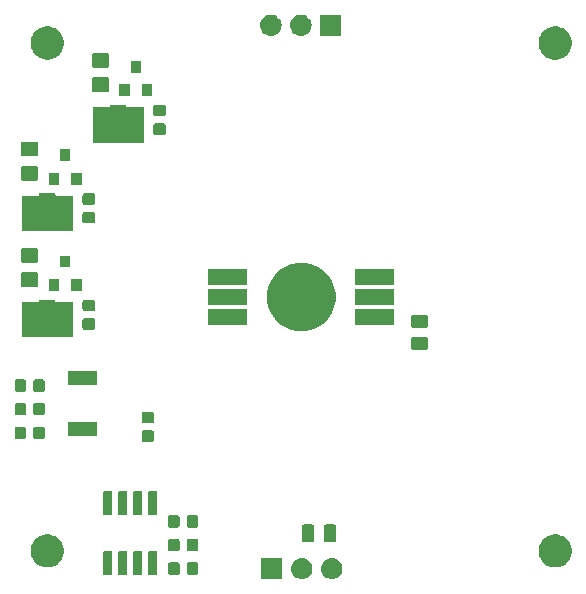
<source format=gbr>
G04 #@! TF.GenerationSoftware,KiCad,Pcbnew,5.1.4-e60b266~84~ubuntu18.04.1*
G04 #@! TF.CreationDate,2019-10-26T14:37:49-06:00*
G04 #@! TF.ProjectId,cob_single,636f625f-7369-46e6-976c-652e6b696361,rev?*
G04 #@! TF.SameCoordinates,Original*
G04 #@! TF.FileFunction,Soldermask,Top*
G04 #@! TF.FilePolarity,Negative*
%FSLAX46Y46*%
G04 Gerber Fmt 4.6, Leading zero omitted, Abs format (unit mm)*
G04 Created by KiCad (PCBNEW 5.1.4-e60b266~84~ubuntu18.04.1) date 2019-10-26 14:37:49*
%MOMM*%
%LPD*%
G04 APERTURE LIST*
%ADD10C,0.100000*%
G04 APERTURE END LIST*
D10*
G36*
X177690443Y-117105519D02*
G01*
X177756627Y-117112037D01*
X177926466Y-117163557D01*
X178082991Y-117247222D01*
X178118729Y-117276552D01*
X178220186Y-117359814D01*
X178303448Y-117461271D01*
X178332778Y-117497009D01*
X178416443Y-117653534D01*
X178467963Y-117823373D01*
X178485359Y-118000000D01*
X178467963Y-118176627D01*
X178416443Y-118346466D01*
X178332778Y-118502991D01*
X178317746Y-118521307D01*
X178220186Y-118640186D01*
X178118729Y-118723448D01*
X178082991Y-118752778D01*
X177926466Y-118836443D01*
X177756627Y-118887963D01*
X177690442Y-118894482D01*
X177624260Y-118901000D01*
X177535740Y-118901000D01*
X177469558Y-118894482D01*
X177403373Y-118887963D01*
X177233534Y-118836443D01*
X177077009Y-118752778D01*
X177041271Y-118723448D01*
X176939814Y-118640186D01*
X176842254Y-118521307D01*
X176827222Y-118502991D01*
X176743557Y-118346466D01*
X176692037Y-118176627D01*
X176674641Y-118000000D01*
X176692037Y-117823373D01*
X176743557Y-117653534D01*
X176827222Y-117497009D01*
X176856552Y-117461271D01*
X176939814Y-117359814D01*
X177041271Y-117276552D01*
X177077009Y-117247222D01*
X177233534Y-117163557D01*
X177403373Y-117112037D01*
X177469557Y-117105519D01*
X177535740Y-117099000D01*
X177624260Y-117099000D01*
X177690443Y-117105519D01*
X177690443Y-117105519D01*
G37*
G36*
X175150443Y-117105519D02*
G01*
X175216627Y-117112037D01*
X175386466Y-117163557D01*
X175542991Y-117247222D01*
X175578729Y-117276552D01*
X175680186Y-117359814D01*
X175763448Y-117461271D01*
X175792778Y-117497009D01*
X175876443Y-117653534D01*
X175927963Y-117823373D01*
X175945359Y-118000000D01*
X175927963Y-118176627D01*
X175876443Y-118346466D01*
X175792778Y-118502991D01*
X175777746Y-118521307D01*
X175680186Y-118640186D01*
X175578729Y-118723448D01*
X175542991Y-118752778D01*
X175386466Y-118836443D01*
X175216627Y-118887963D01*
X175150442Y-118894482D01*
X175084260Y-118901000D01*
X174995740Y-118901000D01*
X174929558Y-118894482D01*
X174863373Y-118887963D01*
X174693534Y-118836443D01*
X174537009Y-118752778D01*
X174501271Y-118723448D01*
X174399814Y-118640186D01*
X174302254Y-118521307D01*
X174287222Y-118502991D01*
X174203557Y-118346466D01*
X174152037Y-118176627D01*
X174134641Y-118000000D01*
X174152037Y-117823373D01*
X174203557Y-117653534D01*
X174287222Y-117497009D01*
X174316552Y-117461271D01*
X174399814Y-117359814D01*
X174501271Y-117276552D01*
X174537009Y-117247222D01*
X174693534Y-117163557D01*
X174863373Y-117112037D01*
X174929557Y-117105519D01*
X174995740Y-117099000D01*
X175084260Y-117099000D01*
X175150443Y-117105519D01*
X175150443Y-117105519D01*
G37*
G36*
X173401000Y-118901000D02*
G01*
X171599000Y-118901000D01*
X171599000Y-117099000D01*
X173401000Y-117099000D01*
X173401000Y-118901000D01*
X173401000Y-118901000D01*
G37*
G36*
X158869867Y-116502004D02*
G01*
X158893292Y-116509110D01*
X158914889Y-116520654D01*
X158933814Y-116536186D01*
X158949346Y-116555111D01*
X158960890Y-116576708D01*
X158967996Y-116600133D01*
X158971000Y-116630638D01*
X158971000Y-118444362D01*
X158967996Y-118474867D01*
X158960890Y-118498292D01*
X158949346Y-118519889D01*
X158933814Y-118538814D01*
X158914889Y-118554346D01*
X158893292Y-118565890D01*
X158869867Y-118572996D01*
X158839362Y-118576000D01*
X158350638Y-118576000D01*
X158320133Y-118572996D01*
X158296708Y-118565890D01*
X158275111Y-118554346D01*
X158256186Y-118538814D01*
X158240654Y-118519889D01*
X158229110Y-118498292D01*
X158222004Y-118474867D01*
X158219000Y-118444362D01*
X158219000Y-116630638D01*
X158222004Y-116600133D01*
X158229110Y-116576708D01*
X158240654Y-116555111D01*
X158256186Y-116536186D01*
X158275111Y-116520654D01*
X158296708Y-116509110D01*
X158320133Y-116502004D01*
X158350638Y-116499000D01*
X158839362Y-116499000D01*
X158869867Y-116502004D01*
X158869867Y-116502004D01*
G37*
G36*
X161409867Y-116502004D02*
G01*
X161433292Y-116509110D01*
X161454889Y-116520654D01*
X161473814Y-116536186D01*
X161489346Y-116555111D01*
X161500890Y-116576708D01*
X161507996Y-116600133D01*
X161511000Y-116630638D01*
X161511000Y-118444362D01*
X161507996Y-118474867D01*
X161500890Y-118498292D01*
X161489346Y-118519889D01*
X161473814Y-118538814D01*
X161454889Y-118554346D01*
X161433292Y-118565890D01*
X161409867Y-118572996D01*
X161379362Y-118576000D01*
X160890638Y-118576000D01*
X160860133Y-118572996D01*
X160836708Y-118565890D01*
X160815111Y-118554346D01*
X160796186Y-118538814D01*
X160780654Y-118519889D01*
X160769110Y-118498292D01*
X160762004Y-118474867D01*
X160759000Y-118444362D01*
X160759000Y-116630638D01*
X160762004Y-116600133D01*
X160769110Y-116576708D01*
X160780654Y-116555111D01*
X160796186Y-116536186D01*
X160815111Y-116520654D01*
X160836708Y-116509110D01*
X160860133Y-116502004D01*
X160890638Y-116499000D01*
X161379362Y-116499000D01*
X161409867Y-116502004D01*
X161409867Y-116502004D01*
G37*
G36*
X162679867Y-116502004D02*
G01*
X162703292Y-116509110D01*
X162724889Y-116520654D01*
X162743814Y-116536186D01*
X162759346Y-116555111D01*
X162770890Y-116576708D01*
X162777996Y-116600133D01*
X162781000Y-116630638D01*
X162781000Y-118444362D01*
X162777996Y-118474867D01*
X162770890Y-118498292D01*
X162759346Y-118519889D01*
X162743814Y-118538814D01*
X162724889Y-118554346D01*
X162703292Y-118565890D01*
X162679867Y-118572996D01*
X162649362Y-118576000D01*
X162160638Y-118576000D01*
X162130133Y-118572996D01*
X162106708Y-118565890D01*
X162085111Y-118554346D01*
X162066186Y-118538814D01*
X162050654Y-118519889D01*
X162039110Y-118498292D01*
X162032004Y-118474867D01*
X162029000Y-118444362D01*
X162029000Y-116630638D01*
X162032004Y-116600133D01*
X162039110Y-116576708D01*
X162050654Y-116555111D01*
X162066186Y-116536186D01*
X162085111Y-116520654D01*
X162106708Y-116509110D01*
X162130133Y-116502004D01*
X162160638Y-116499000D01*
X162649362Y-116499000D01*
X162679867Y-116502004D01*
X162679867Y-116502004D01*
G37*
G36*
X160139867Y-116502004D02*
G01*
X160163292Y-116509110D01*
X160184889Y-116520654D01*
X160203814Y-116536186D01*
X160219346Y-116555111D01*
X160230890Y-116576708D01*
X160237996Y-116600133D01*
X160241000Y-116630638D01*
X160241000Y-118444362D01*
X160237996Y-118474867D01*
X160230890Y-118498292D01*
X160219346Y-118519889D01*
X160203814Y-118538814D01*
X160184889Y-118554346D01*
X160163292Y-118565890D01*
X160139867Y-118572996D01*
X160109362Y-118576000D01*
X159620638Y-118576000D01*
X159590133Y-118572996D01*
X159566708Y-118565890D01*
X159545111Y-118554346D01*
X159526186Y-118538814D01*
X159510654Y-118519889D01*
X159499110Y-118498292D01*
X159492004Y-118474867D01*
X159489000Y-118444362D01*
X159489000Y-116630638D01*
X159492004Y-116600133D01*
X159499110Y-116576708D01*
X159510654Y-116555111D01*
X159526186Y-116536186D01*
X159545111Y-116520654D01*
X159566708Y-116509110D01*
X159590133Y-116502004D01*
X159620638Y-116499000D01*
X160109362Y-116499000D01*
X160139867Y-116502004D01*
X160139867Y-116502004D01*
G37*
G36*
X164554591Y-117478085D02*
G01*
X164588569Y-117488393D01*
X164619890Y-117505134D01*
X164647339Y-117527661D01*
X164669866Y-117555110D01*
X164686607Y-117586431D01*
X164696915Y-117620409D01*
X164701000Y-117661890D01*
X164701000Y-118338110D01*
X164696915Y-118379591D01*
X164686607Y-118413569D01*
X164669866Y-118444890D01*
X164647339Y-118472339D01*
X164619890Y-118494866D01*
X164588569Y-118511607D01*
X164554591Y-118521915D01*
X164513110Y-118526000D01*
X163911890Y-118526000D01*
X163870409Y-118521915D01*
X163836431Y-118511607D01*
X163805110Y-118494866D01*
X163777661Y-118472339D01*
X163755134Y-118444890D01*
X163738393Y-118413569D01*
X163728085Y-118379591D01*
X163724000Y-118338110D01*
X163724000Y-117661890D01*
X163728085Y-117620409D01*
X163738393Y-117586431D01*
X163755134Y-117555110D01*
X163777661Y-117527661D01*
X163805110Y-117505134D01*
X163836431Y-117488393D01*
X163870409Y-117478085D01*
X163911890Y-117474000D01*
X164513110Y-117474000D01*
X164554591Y-117478085D01*
X164554591Y-117478085D01*
G37*
G36*
X166129591Y-117478085D02*
G01*
X166163569Y-117488393D01*
X166194890Y-117505134D01*
X166222339Y-117527661D01*
X166244866Y-117555110D01*
X166261607Y-117586431D01*
X166271915Y-117620409D01*
X166276000Y-117661890D01*
X166276000Y-118338110D01*
X166271915Y-118379591D01*
X166261607Y-118413569D01*
X166244866Y-118444890D01*
X166222339Y-118472339D01*
X166194890Y-118494866D01*
X166163569Y-118511607D01*
X166129591Y-118521915D01*
X166088110Y-118526000D01*
X165486890Y-118526000D01*
X165445409Y-118521915D01*
X165411431Y-118511607D01*
X165380110Y-118494866D01*
X165352661Y-118472339D01*
X165330134Y-118444890D01*
X165313393Y-118413569D01*
X165303085Y-118379591D01*
X165299000Y-118338110D01*
X165299000Y-117661890D01*
X165303085Y-117620409D01*
X165313393Y-117586431D01*
X165330134Y-117555110D01*
X165352661Y-117527661D01*
X165380110Y-117505134D01*
X165411431Y-117488393D01*
X165445409Y-117478085D01*
X165486890Y-117474000D01*
X166088110Y-117474000D01*
X166129591Y-117478085D01*
X166129591Y-117478085D01*
G37*
G36*
X153818433Y-115134893D02*
G01*
X153908657Y-115152839D01*
X154014267Y-115196585D01*
X154163621Y-115258449D01*
X154163622Y-115258450D01*
X154393086Y-115411772D01*
X154588228Y-115606914D01*
X154643755Y-115690017D01*
X154741551Y-115836379D01*
X154847161Y-116091344D01*
X154901000Y-116362012D01*
X154901000Y-116637988D01*
X154847161Y-116908656D01*
X154741551Y-117163621D01*
X154741550Y-117163622D01*
X154588228Y-117393086D01*
X154393086Y-117588228D01*
X154295351Y-117653532D01*
X154163621Y-117741551D01*
X154014267Y-117803415D01*
X153908657Y-117847161D01*
X153818433Y-117865107D01*
X153637988Y-117901000D01*
X153362012Y-117901000D01*
X153181567Y-117865107D01*
X153091343Y-117847161D01*
X152985733Y-117803415D01*
X152836379Y-117741551D01*
X152704649Y-117653532D01*
X152606914Y-117588228D01*
X152411772Y-117393086D01*
X152258450Y-117163622D01*
X152258449Y-117163621D01*
X152152839Y-116908656D01*
X152099000Y-116637988D01*
X152099000Y-116362012D01*
X152152839Y-116091344D01*
X152258449Y-115836379D01*
X152356245Y-115690017D01*
X152411772Y-115606914D01*
X152606914Y-115411772D01*
X152836378Y-115258450D01*
X152836379Y-115258449D01*
X152985733Y-115196585D01*
X153091343Y-115152839D01*
X153181567Y-115134893D01*
X153362012Y-115099000D01*
X153637988Y-115099000D01*
X153818433Y-115134893D01*
X153818433Y-115134893D01*
G37*
G36*
X196818433Y-115134893D02*
G01*
X196908657Y-115152839D01*
X197014267Y-115196585D01*
X197163621Y-115258449D01*
X197163622Y-115258450D01*
X197393086Y-115411772D01*
X197588228Y-115606914D01*
X197643755Y-115690017D01*
X197741551Y-115836379D01*
X197847161Y-116091344D01*
X197901000Y-116362012D01*
X197901000Y-116637988D01*
X197847161Y-116908656D01*
X197741551Y-117163621D01*
X197741550Y-117163622D01*
X197588228Y-117393086D01*
X197393086Y-117588228D01*
X197295351Y-117653532D01*
X197163621Y-117741551D01*
X197014267Y-117803415D01*
X196908657Y-117847161D01*
X196818433Y-117865107D01*
X196637988Y-117901000D01*
X196362012Y-117901000D01*
X196181567Y-117865107D01*
X196091343Y-117847161D01*
X195985733Y-117803415D01*
X195836379Y-117741551D01*
X195704649Y-117653532D01*
X195606914Y-117588228D01*
X195411772Y-117393086D01*
X195258450Y-117163622D01*
X195258449Y-117163621D01*
X195152839Y-116908656D01*
X195099000Y-116637988D01*
X195099000Y-116362012D01*
X195152839Y-116091344D01*
X195258449Y-115836379D01*
X195356245Y-115690017D01*
X195411772Y-115606914D01*
X195606914Y-115411772D01*
X195836378Y-115258450D01*
X195836379Y-115258449D01*
X195985733Y-115196585D01*
X196091343Y-115152839D01*
X196181567Y-115134893D01*
X196362012Y-115099000D01*
X196637988Y-115099000D01*
X196818433Y-115134893D01*
X196818433Y-115134893D01*
G37*
G36*
X164554591Y-115478085D02*
G01*
X164588569Y-115488393D01*
X164619890Y-115505134D01*
X164647339Y-115527661D01*
X164669866Y-115555110D01*
X164686607Y-115586431D01*
X164696915Y-115620409D01*
X164701000Y-115661890D01*
X164701000Y-116338110D01*
X164696915Y-116379591D01*
X164686607Y-116413569D01*
X164669866Y-116444890D01*
X164647339Y-116472339D01*
X164619890Y-116494866D01*
X164588569Y-116511607D01*
X164554591Y-116521915D01*
X164513110Y-116526000D01*
X163911890Y-116526000D01*
X163870409Y-116521915D01*
X163836431Y-116511607D01*
X163805110Y-116494866D01*
X163777661Y-116472339D01*
X163755134Y-116444890D01*
X163738393Y-116413569D01*
X163728085Y-116379591D01*
X163724000Y-116338110D01*
X163724000Y-115661890D01*
X163728085Y-115620409D01*
X163738393Y-115586431D01*
X163755134Y-115555110D01*
X163777661Y-115527661D01*
X163805110Y-115505134D01*
X163836431Y-115488393D01*
X163870409Y-115478085D01*
X163911890Y-115474000D01*
X164513110Y-115474000D01*
X164554591Y-115478085D01*
X164554591Y-115478085D01*
G37*
G36*
X166129591Y-115478085D02*
G01*
X166163569Y-115488393D01*
X166194890Y-115505134D01*
X166222339Y-115527661D01*
X166244866Y-115555110D01*
X166261607Y-115586431D01*
X166271915Y-115620409D01*
X166276000Y-115661890D01*
X166276000Y-116338110D01*
X166271915Y-116379591D01*
X166261607Y-116413569D01*
X166244866Y-116444890D01*
X166222339Y-116472339D01*
X166194890Y-116494866D01*
X166163569Y-116511607D01*
X166129591Y-116521915D01*
X166088110Y-116526000D01*
X165486890Y-116526000D01*
X165445409Y-116521915D01*
X165411431Y-116511607D01*
X165380110Y-116494866D01*
X165352661Y-116472339D01*
X165330134Y-116444890D01*
X165313393Y-116413569D01*
X165303085Y-116379591D01*
X165299000Y-116338110D01*
X165299000Y-115661890D01*
X165303085Y-115620409D01*
X165313393Y-115586431D01*
X165330134Y-115555110D01*
X165352661Y-115527661D01*
X165380110Y-115505134D01*
X165411431Y-115488393D01*
X165445409Y-115478085D01*
X165486890Y-115474000D01*
X166088110Y-115474000D01*
X166129591Y-115478085D01*
X166129591Y-115478085D01*
G37*
G36*
X175934468Y-114253565D02*
G01*
X175973138Y-114265296D01*
X176008777Y-114284346D01*
X176040017Y-114309983D01*
X176065654Y-114341223D01*
X176084704Y-114376862D01*
X176096435Y-114415532D01*
X176101000Y-114461888D01*
X176101000Y-115538112D01*
X176096435Y-115584468D01*
X176084704Y-115623138D01*
X176065654Y-115658777D01*
X176040017Y-115690017D01*
X176008777Y-115715654D01*
X175973138Y-115734704D01*
X175934468Y-115746435D01*
X175888112Y-115751000D01*
X175236888Y-115751000D01*
X175190532Y-115746435D01*
X175151862Y-115734704D01*
X175116223Y-115715654D01*
X175084983Y-115690017D01*
X175059346Y-115658777D01*
X175040296Y-115623138D01*
X175028565Y-115584468D01*
X175024000Y-115538112D01*
X175024000Y-114461888D01*
X175028565Y-114415532D01*
X175040296Y-114376862D01*
X175059346Y-114341223D01*
X175084983Y-114309983D01*
X175116223Y-114284346D01*
X175151862Y-114265296D01*
X175190532Y-114253565D01*
X175236888Y-114249000D01*
X175888112Y-114249000D01*
X175934468Y-114253565D01*
X175934468Y-114253565D01*
G37*
G36*
X177809468Y-114253565D02*
G01*
X177848138Y-114265296D01*
X177883777Y-114284346D01*
X177915017Y-114309983D01*
X177940654Y-114341223D01*
X177959704Y-114376862D01*
X177971435Y-114415532D01*
X177976000Y-114461888D01*
X177976000Y-115538112D01*
X177971435Y-115584468D01*
X177959704Y-115623138D01*
X177940654Y-115658777D01*
X177915017Y-115690017D01*
X177883777Y-115715654D01*
X177848138Y-115734704D01*
X177809468Y-115746435D01*
X177763112Y-115751000D01*
X177111888Y-115751000D01*
X177065532Y-115746435D01*
X177026862Y-115734704D01*
X176991223Y-115715654D01*
X176959983Y-115690017D01*
X176934346Y-115658777D01*
X176915296Y-115623138D01*
X176903565Y-115584468D01*
X176899000Y-115538112D01*
X176899000Y-114461888D01*
X176903565Y-114415532D01*
X176915296Y-114376862D01*
X176934346Y-114341223D01*
X176959983Y-114309983D01*
X176991223Y-114284346D01*
X177026862Y-114265296D01*
X177065532Y-114253565D01*
X177111888Y-114249000D01*
X177763112Y-114249000D01*
X177809468Y-114253565D01*
X177809468Y-114253565D01*
G37*
G36*
X164554591Y-113478085D02*
G01*
X164588569Y-113488393D01*
X164619890Y-113505134D01*
X164647339Y-113527661D01*
X164669866Y-113555110D01*
X164686607Y-113586431D01*
X164696915Y-113620409D01*
X164701000Y-113661890D01*
X164701000Y-114338110D01*
X164696915Y-114379591D01*
X164686607Y-114413569D01*
X164669866Y-114444890D01*
X164647339Y-114472339D01*
X164619890Y-114494866D01*
X164588569Y-114511607D01*
X164554591Y-114521915D01*
X164513110Y-114526000D01*
X163911890Y-114526000D01*
X163870409Y-114521915D01*
X163836431Y-114511607D01*
X163805110Y-114494866D01*
X163777661Y-114472339D01*
X163755134Y-114444890D01*
X163738393Y-114413569D01*
X163728085Y-114379591D01*
X163724000Y-114338110D01*
X163724000Y-113661890D01*
X163728085Y-113620409D01*
X163738393Y-113586431D01*
X163755134Y-113555110D01*
X163777661Y-113527661D01*
X163805110Y-113505134D01*
X163836431Y-113488393D01*
X163870409Y-113478085D01*
X163911890Y-113474000D01*
X164513110Y-113474000D01*
X164554591Y-113478085D01*
X164554591Y-113478085D01*
G37*
G36*
X166129591Y-113478085D02*
G01*
X166163569Y-113488393D01*
X166194890Y-113505134D01*
X166222339Y-113527661D01*
X166244866Y-113555110D01*
X166261607Y-113586431D01*
X166271915Y-113620409D01*
X166276000Y-113661890D01*
X166276000Y-114338110D01*
X166271915Y-114379591D01*
X166261607Y-114413569D01*
X166244866Y-114444890D01*
X166222339Y-114472339D01*
X166194890Y-114494866D01*
X166163569Y-114511607D01*
X166129591Y-114521915D01*
X166088110Y-114526000D01*
X165486890Y-114526000D01*
X165445409Y-114521915D01*
X165411431Y-114511607D01*
X165380110Y-114494866D01*
X165352661Y-114472339D01*
X165330134Y-114444890D01*
X165313393Y-114413569D01*
X165303085Y-114379591D01*
X165299000Y-114338110D01*
X165299000Y-113661890D01*
X165303085Y-113620409D01*
X165313393Y-113586431D01*
X165330134Y-113555110D01*
X165352661Y-113527661D01*
X165380110Y-113505134D01*
X165411431Y-113488393D01*
X165445409Y-113478085D01*
X165486890Y-113474000D01*
X166088110Y-113474000D01*
X166129591Y-113478085D01*
X166129591Y-113478085D01*
G37*
G36*
X160139867Y-111427004D02*
G01*
X160163292Y-111434110D01*
X160184889Y-111445654D01*
X160203814Y-111461186D01*
X160219346Y-111480111D01*
X160230890Y-111501708D01*
X160237996Y-111525133D01*
X160241000Y-111555638D01*
X160241000Y-113369362D01*
X160237996Y-113399867D01*
X160230890Y-113423292D01*
X160219346Y-113444889D01*
X160203814Y-113463814D01*
X160184889Y-113479346D01*
X160163292Y-113490890D01*
X160139867Y-113497996D01*
X160109362Y-113501000D01*
X159620638Y-113501000D01*
X159590133Y-113497996D01*
X159566708Y-113490890D01*
X159545111Y-113479346D01*
X159526186Y-113463814D01*
X159510654Y-113444889D01*
X159499110Y-113423292D01*
X159492004Y-113399867D01*
X159489000Y-113369362D01*
X159489000Y-111555638D01*
X159492004Y-111525133D01*
X159499110Y-111501708D01*
X159510654Y-111480111D01*
X159526186Y-111461186D01*
X159545111Y-111445654D01*
X159566708Y-111434110D01*
X159590133Y-111427004D01*
X159620638Y-111424000D01*
X160109362Y-111424000D01*
X160139867Y-111427004D01*
X160139867Y-111427004D01*
G37*
G36*
X161409867Y-111427004D02*
G01*
X161433292Y-111434110D01*
X161454889Y-111445654D01*
X161473814Y-111461186D01*
X161489346Y-111480111D01*
X161500890Y-111501708D01*
X161507996Y-111525133D01*
X161511000Y-111555638D01*
X161511000Y-113369362D01*
X161507996Y-113399867D01*
X161500890Y-113423292D01*
X161489346Y-113444889D01*
X161473814Y-113463814D01*
X161454889Y-113479346D01*
X161433292Y-113490890D01*
X161409867Y-113497996D01*
X161379362Y-113501000D01*
X160890638Y-113501000D01*
X160860133Y-113497996D01*
X160836708Y-113490890D01*
X160815111Y-113479346D01*
X160796186Y-113463814D01*
X160780654Y-113444889D01*
X160769110Y-113423292D01*
X160762004Y-113399867D01*
X160759000Y-113369362D01*
X160759000Y-111555638D01*
X160762004Y-111525133D01*
X160769110Y-111501708D01*
X160780654Y-111480111D01*
X160796186Y-111461186D01*
X160815111Y-111445654D01*
X160836708Y-111434110D01*
X160860133Y-111427004D01*
X160890638Y-111424000D01*
X161379362Y-111424000D01*
X161409867Y-111427004D01*
X161409867Y-111427004D01*
G37*
G36*
X158869867Y-111427004D02*
G01*
X158893292Y-111434110D01*
X158914889Y-111445654D01*
X158933814Y-111461186D01*
X158949346Y-111480111D01*
X158960890Y-111501708D01*
X158967996Y-111525133D01*
X158971000Y-111555638D01*
X158971000Y-113369362D01*
X158967996Y-113399867D01*
X158960890Y-113423292D01*
X158949346Y-113444889D01*
X158933814Y-113463814D01*
X158914889Y-113479346D01*
X158893292Y-113490890D01*
X158869867Y-113497996D01*
X158839362Y-113501000D01*
X158350638Y-113501000D01*
X158320133Y-113497996D01*
X158296708Y-113490890D01*
X158275111Y-113479346D01*
X158256186Y-113463814D01*
X158240654Y-113444889D01*
X158229110Y-113423292D01*
X158222004Y-113399867D01*
X158219000Y-113369362D01*
X158219000Y-111555638D01*
X158222004Y-111525133D01*
X158229110Y-111501708D01*
X158240654Y-111480111D01*
X158256186Y-111461186D01*
X158275111Y-111445654D01*
X158296708Y-111434110D01*
X158320133Y-111427004D01*
X158350638Y-111424000D01*
X158839362Y-111424000D01*
X158869867Y-111427004D01*
X158869867Y-111427004D01*
G37*
G36*
X162679867Y-111427004D02*
G01*
X162703292Y-111434110D01*
X162724889Y-111445654D01*
X162743814Y-111461186D01*
X162759346Y-111480111D01*
X162770890Y-111501708D01*
X162777996Y-111525133D01*
X162781000Y-111555638D01*
X162781000Y-113369362D01*
X162777996Y-113399867D01*
X162770890Y-113423292D01*
X162759346Y-113444889D01*
X162743814Y-113463814D01*
X162724889Y-113479346D01*
X162703292Y-113490890D01*
X162679867Y-113497996D01*
X162649362Y-113501000D01*
X162160638Y-113501000D01*
X162130133Y-113497996D01*
X162106708Y-113490890D01*
X162085111Y-113479346D01*
X162066186Y-113463814D01*
X162050654Y-113444889D01*
X162039110Y-113423292D01*
X162032004Y-113399867D01*
X162029000Y-113369362D01*
X162029000Y-111555638D01*
X162032004Y-111525133D01*
X162039110Y-111501708D01*
X162050654Y-111480111D01*
X162066186Y-111461186D01*
X162085111Y-111445654D01*
X162106708Y-111434110D01*
X162130133Y-111427004D01*
X162160638Y-111424000D01*
X162649362Y-111424000D01*
X162679867Y-111427004D01*
X162679867Y-111427004D01*
G37*
G36*
X162379591Y-106303085D02*
G01*
X162413569Y-106313393D01*
X162444890Y-106330134D01*
X162472339Y-106352661D01*
X162494866Y-106380110D01*
X162511607Y-106411431D01*
X162521915Y-106445409D01*
X162526000Y-106486890D01*
X162526000Y-107088110D01*
X162521915Y-107129591D01*
X162511607Y-107163569D01*
X162494866Y-107194890D01*
X162472339Y-107222339D01*
X162444890Y-107244866D01*
X162413569Y-107261607D01*
X162379591Y-107271915D01*
X162338110Y-107276000D01*
X161661890Y-107276000D01*
X161620409Y-107271915D01*
X161586431Y-107261607D01*
X161555110Y-107244866D01*
X161527661Y-107222339D01*
X161505134Y-107194890D01*
X161488393Y-107163569D01*
X161478085Y-107129591D01*
X161474000Y-107088110D01*
X161474000Y-106486890D01*
X161478085Y-106445409D01*
X161488393Y-106411431D01*
X161505134Y-106380110D01*
X161527661Y-106352661D01*
X161555110Y-106330134D01*
X161586431Y-106313393D01*
X161620409Y-106303085D01*
X161661890Y-106299000D01*
X162338110Y-106299000D01*
X162379591Y-106303085D01*
X162379591Y-106303085D01*
G37*
G36*
X151554591Y-105978085D02*
G01*
X151588569Y-105988393D01*
X151619890Y-106005134D01*
X151647339Y-106027661D01*
X151669866Y-106055110D01*
X151686607Y-106086431D01*
X151696915Y-106120409D01*
X151701000Y-106161890D01*
X151701000Y-106838110D01*
X151696915Y-106879591D01*
X151686607Y-106913569D01*
X151669866Y-106944890D01*
X151647339Y-106972339D01*
X151619890Y-106994866D01*
X151588569Y-107011607D01*
X151554591Y-107021915D01*
X151513110Y-107026000D01*
X150911890Y-107026000D01*
X150870409Y-107021915D01*
X150836431Y-107011607D01*
X150805110Y-106994866D01*
X150777661Y-106972339D01*
X150755134Y-106944890D01*
X150738393Y-106913569D01*
X150728085Y-106879591D01*
X150724000Y-106838110D01*
X150724000Y-106161890D01*
X150728085Y-106120409D01*
X150738393Y-106086431D01*
X150755134Y-106055110D01*
X150777661Y-106027661D01*
X150805110Y-106005134D01*
X150836431Y-105988393D01*
X150870409Y-105978085D01*
X150911890Y-105974000D01*
X151513110Y-105974000D01*
X151554591Y-105978085D01*
X151554591Y-105978085D01*
G37*
G36*
X153129591Y-105978085D02*
G01*
X153163569Y-105988393D01*
X153194890Y-106005134D01*
X153222339Y-106027661D01*
X153244866Y-106055110D01*
X153261607Y-106086431D01*
X153271915Y-106120409D01*
X153276000Y-106161890D01*
X153276000Y-106838110D01*
X153271915Y-106879591D01*
X153261607Y-106913569D01*
X153244866Y-106944890D01*
X153222339Y-106972339D01*
X153194890Y-106994866D01*
X153163569Y-107011607D01*
X153129591Y-107021915D01*
X153088110Y-107026000D01*
X152486890Y-107026000D01*
X152445409Y-107021915D01*
X152411431Y-107011607D01*
X152380110Y-106994866D01*
X152352661Y-106972339D01*
X152330134Y-106944890D01*
X152313393Y-106913569D01*
X152303085Y-106879591D01*
X152299000Y-106838110D01*
X152299000Y-106161890D01*
X152303085Y-106120409D01*
X152313393Y-106086431D01*
X152330134Y-106055110D01*
X152352661Y-106027661D01*
X152380110Y-106005134D01*
X152411431Y-105988393D01*
X152445409Y-105978085D01*
X152486890Y-105974000D01*
X153088110Y-105974000D01*
X153129591Y-105978085D01*
X153129591Y-105978085D01*
G37*
G36*
X157726000Y-106751000D02*
G01*
X155274000Y-106751000D01*
X155274000Y-105549000D01*
X157726000Y-105549000D01*
X157726000Y-106751000D01*
X157726000Y-106751000D01*
G37*
G36*
X162379591Y-104728085D02*
G01*
X162413569Y-104738393D01*
X162444890Y-104755134D01*
X162472339Y-104777661D01*
X162494866Y-104805110D01*
X162511607Y-104836431D01*
X162521915Y-104870409D01*
X162526000Y-104911890D01*
X162526000Y-105513110D01*
X162521915Y-105554591D01*
X162511607Y-105588569D01*
X162494866Y-105619890D01*
X162472339Y-105647339D01*
X162444890Y-105669866D01*
X162413569Y-105686607D01*
X162379591Y-105696915D01*
X162338110Y-105701000D01*
X161661890Y-105701000D01*
X161620409Y-105696915D01*
X161586431Y-105686607D01*
X161555110Y-105669866D01*
X161527661Y-105647339D01*
X161505134Y-105619890D01*
X161488393Y-105588569D01*
X161478085Y-105554591D01*
X161474000Y-105513110D01*
X161474000Y-104911890D01*
X161478085Y-104870409D01*
X161488393Y-104836431D01*
X161505134Y-104805110D01*
X161527661Y-104777661D01*
X161555110Y-104755134D01*
X161586431Y-104738393D01*
X161620409Y-104728085D01*
X161661890Y-104724000D01*
X162338110Y-104724000D01*
X162379591Y-104728085D01*
X162379591Y-104728085D01*
G37*
G36*
X151554591Y-103978085D02*
G01*
X151588569Y-103988393D01*
X151619890Y-104005134D01*
X151647339Y-104027661D01*
X151669866Y-104055110D01*
X151686607Y-104086431D01*
X151696915Y-104120409D01*
X151701000Y-104161890D01*
X151701000Y-104838110D01*
X151696915Y-104879591D01*
X151686607Y-104913569D01*
X151669866Y-104944890D01*
X151647339Y-104972339D01*
X151619890Y-104994866D01*
X151588569Y-105011607D01*
X151554591Y-105021915D01*
X151513110Y-105026000D01*
X150911890Y-105026000D01*
X150870409Y-105021915D01*
X150836431Y-105011607D01*
X150805110Y-104994866D01*
X150777661Y-104972339D01*
X150755134Y-104944890D01*
X150738393Y-104913569D01*
X150728085Y-104879591D01*
X150724000Y-104838110D01*
X150724000Y-104161890D01*
X150728085Y-104120409D01*
X150738393Y-104086431D01*
X150755134Y-104055110D01*
X150777661Y-104027661D01*
X150805110Y-104005134D01*
X150836431Y-103988393D01*
X150870409Y-103978085D01*
X150911890Y-103974000D01*
X151513110Y-103974000D01*
X151554591Y-103978085D01*
X151554591Y-103978085D01*
G37*
G36*
X153129591Y-103978085D02*
G01*
X153163569Y-103988393D01*
X153194890Y-104005134D01*
X153222339Y-104027661D01*
X153244866Y-104055110D01*
X153261607Y-104086431D01*
X153271915Y-104120409D01*
X153276000Y-104161890D01*
X153276000Y-104838110D01*
X153271915Y-104879591D01*
X153261607Y-104913569D01*
X153244866Y-104944890D01*
X153222339Y-104972339D01*
X153194890Y-104994866D01*
X153163569Y-105011607D01*
X153129591Y-105021915D01*
X153088110Y-105026000D01*
X152486890Y-105026000D01*
X152445409Y-105021915D01*
X152411431Y-105011607D01*
X152380110Y-104994866D01*
X152352661Y-104972339D01*
X152330134Y-104944890D01*
X152313393Y-104913569D01*
X152303085Y-104879591D01*
X152299000Y-104838110D01*
X152299000Y-104161890D01*
X152303085Y-104120409D01*
X152313393Y-104086431D01*
X152330134Y-104055110D01*
X152352661Y-104027661D01*
X152380110Y-104005134D01*
X152411431Y-103988393D01*
X152445409Y-103978085D01*
X152486890Y-103974000D01*
X153088110Y-103974000D01*
X153129591Y-103978085D01*
X153129591Y-103978085D01*
G37*
G36*
X151554591Y-101978085D02*
G01*
X151588569Y-101988393D01*
X151619890Y-102005134D01*
X151647339Y-102027661D01*
X151669866Y-102055110D01*
X151686607Y-102086431D01*
X151696915Y-102120409D01*
X151701000Y-102161890D01*
X151701000Y-102838110D01*
X151696915Y-102879591D01*
X151686607Y-102913569D01*
X151669866Y-102944890D01*
X151647339Y-102972339D01*
X151619890Y-102994866D01*
X151588569Y-103011607D01*
X151554591Y-103021915D01*
X151513110Y-103026000D01*
X150911890Y-103026000D01*
X150870409Y-103021915D01*
X150836431Y-103011607D01*
X150805110Y-102994866D01*
X150777661Y-102972339D01*
X150755134Y-102944890D01*
X150738393Y-102913569D01*
X150728085Y-102879591D01*
X150724000Y-102838110D01*
X150724000Y-102161890D01*
X150728085Y-102120409D01*
X150738393Y-102086431D01*
X150755134Y-102055110D01*
X150777661Y-102027661D01*
X150805110Y-102005134D01*
X150836431Y-101988393D01*
X150870409Y-101978085D01*
X150911890Y-101974000D01*
X151513110Y-101974000D01*
X151554591Y-101978085D01*
X151554591Y-101978085D01*
G37*
G36*
X153129591Y-101978085D02*
G01*
X153163569Y-101988393D01*
X153194890Y-102005134D01*
X153222339Y-102027661D01*
X153244866Y-102055110D01*
X153261607Y-102086431D01*
X153271915Y-102120409D01*
X153276000Y-102161890D01*
X153276000Y-102838110D01*
X153271915Y-102879591D01*
X153261607Y-102913569D01*
X153244866Y-102944890D01*
X153222339Y-102972339D01*
X153194890Y-102994866D01*
X153163569Y-103011607D01*
X153129591Y-103021915D01*
X153088110Y-103026000D01*
X152486890Y-103026000D01*
X152445409Y-103021915D01*
X152411431Y-103011607D01*
X152380110Y-102994866D01*
X152352661Y-102972339D01*
X152330134Y-102944890D01*
X152313393Y-102913569D01*
X152303085Y-102879591D01*
X152299000Y-102838110D01*
X152299000Y-102161890D01*
X152303085Y-102120409D01*
X152313393Y-102086431D01*
X152330134Y-102055110D01*
X152352661Y-102027661D01*
X152380110Y-102005134D01*
X152411431Y-101988393D01*
X152445409Y-101978085D01*
X152486890Y-101974000D01*
X153088110Y-101974000D01*
X153129591Y-101978085D01*
X153129591Y-101978085D01*
G37*
G36*
X157726000Y-102451000D02*
G01*
X155274000Y-102451000D01*
X155274000Y-101249000D01*
X157726000Y-101249000D01*
X157726000Y-102451000D01*
X157726000Y-102451000D01*
G37*
G36*
X185584468Y-98403565D02*
G01*
X185623138Y-98415296D01*
X185658777Y-98434346D01*
X185690017Y-98459983D01*
X185715654Y-98491223D01*
X185734704Y-98526862D01*
X185746435Y-98565532D01*
X185751000Y-98611888D01*
X185751000Y-99263112D01*
X185746435Y-99309468D01*
X185734704Y-99348138D01*
X185715654Y-99383777D01*
X185690017Y-99415017D01*
X185658777Y-99440654D01*
X185623138Y-99459704D01*
X185584468Y-99471435D01*
X185538112Y-99476000D01*
X184461888Y-99476000D01*
X184415532Y-99471435D01*
X184376862Y-99459704D01*
X184341223Y-99440654D01*
X184309983Y-99415017D01*
X184284346Y-99383777D01*
X184265296Y-99348138D01*
X184253565Y-99309468D01*
X184249000Y-99263112D01*
X184249000Y-98611888D01*
X184253565Y-98565532D01*
X184265296Y-98526862D01*
X184284346Y-98491223D01*
X184309983Y-98459983D01*
X184341223Y-98434346D01*
X184376862Y-98415296D01*
X184415532Y-98403565D01*
X184461888Y-98399000D01*
X185538112Y-98399000D01*
X185584468Y-98403565D01*
X185584468Y-98403565D01*
G37*
G36*
X154176000Y-95324001D02*
G01*
X154178402Y-95348387D01*
X154185515Y-95371836D01*
X154197066Y-95393447D01*
X154212611Y-95412389D01*
X154231553Y-95427934D01*
X154253164Y-95439485D01*
X154276613Y-95446598D01*
X154300999Y-95449000D01*
X155676000Y-95449000D01*
X155676000Y-98426000D01*
X151324000Y-98426000D01*
X151324000Y-95449000D01*
X152699001Y-95449000D01*
X152723387Y-95446598D01*
X152746836Y-95439485D01*
X152768447Y-95427934D01*
X152787389Y-95412389D01*
X152802934Y-95393447D01*
X152814485Y-95371836D01*
X152821598Y-95348387D01*
X152824000Y-95324001D01*
X152824000Y-95224000D01*
X154176000Y-95224000D01*
X154176000Y-95324001D01*
X154176000Y-95324001D01*
G37*
G36*
X175846189Y-92210483D02*
G01*
X175846192Y-92210484D01*
X175846191Y-92210484D01*
X176374139Y-92429167D01*
X176849280Y-92746646D01*
X177253354Y-93150720D01*
X177267020Y-93171173D01*
X177570834Y-93625863D01*
X177789517Y-94153811D01*
X177901000Y-94714275D01*
X177901000Y-95285725D01*
X177789517Y-95846189D01*
X177570834Y-96374137D01*
X177570833Y-96374139D01*
X177253354Y-96849280D01*
X176849280Y-97253354D01*
X176374139Y-97570833D01*
X176374138Y-97570834D01*
X176374137Y-97570834D01*
X175846189Y-97789517D01*
X175285725Y-97901000D01*
X174714275Y-97901000D01*
X174153811Y-97789517D01*
X173625863Y-97570834D01*
X173625862Y-97570834D01*
X173625861Y-97570833D01*
X173150720Y-97253354D01*
X172746646Y-96849280D01*
X172429167Y-96374139D01*
X172429166Y-96374137D01*
X172210483Y-95846189D01*
X172099000Y-95285725D01*
X172099000Y-94714275D01*
X172210483Y-94153811D01*
X172429166Y-93625863D01*
X172732980Y-93171173D01*
X172746646Y-93150720D01*
X173150720Y-92746646D01*
X173625861Y-92429167D01*
X174153809Y-92210484D01*
X174153808Y-92210484D01*
X174153811Y-92210483D01*
X174714275Y-92099000D01*
X175285725Y-92099000D01*
X175846189Y-92210483D01*
X175846189Y-92210483D01*
G37*
G36*
X157379591Y-96803085D02*
G01*
X157413569Y-96813393D01*
X157444890Y-96830134D01*
X157472339Y-96852661D01*
X157494866Y-96880110D01*
X157511607Y-96911431D01*
X157521915Y-96945409D01*
X157526000Y-96986890D01*
X157526000Y-97588110D01*
X157521915Y-97629591D01*
X157511607Y-97663569D01*
X157494866Y-97694890D01*
X157472339Y-97722339D01*
X157444890Y-97744866D01*
X157413569Y-97761607D01*
X157379591Y-97771915D01*
X157338110Y-97776000D01*
X156661890Y-97776000D01*
X156620409Y-97771915D01*
X156586431Y-97761607D01*
X156555110Y-97744866D01*
X156527661Y-97722339D01*
X156505134Y-97694890D01*
X156488393Y-97663569D01*
X156478085Y-97629591D01*
X156474000Y-97588110D01*
X156474000Y-96986890D01*
X156478085Y-96945409D01*
X156488393Y-96911431D01*
X156505134Y-96880110D01*
X156527661Y-96852661D01*
X156555110Y-96830134D01*
X156586431Y-96813393D01*
X156620409Y-96803085D01*
X156661890Y-96799000D01*
X157338110Y-96799000D01*
X157379591Y-96803085D01*
X157379591Y-96803085D01*
G37*
G36*
X185584468Y-96528565D02*
G01*
X185623138Y-96540296D01*
X185658777Y-96559346D01*
X185690017Y-96584983D01*
X185715654Y-96616223D01*
X185734704Y-96651862D01*
X185746435Y-96690532D01*
X185751000Y-96736888D01*
X185751000Y-97388112D01*
X185746435Y-97434468D01*
X185734704Y-97473138D01*
X185715654Y-97508777D01*
X185690017Y-97540017D01*
X185658777Y-97565654D01*
X185623138Y-97584704D01*
X185584468Y-97596435D01*
X185538112Y-97601000D01*
X184461888Y-97601000D01*
X184415532Y-97596435D01*
X184376862Y-97584704D01*
X184341223Y-97565654D01*
X184309983Y-97540017D01*
X184284346Y-97508777D01*
X184265296Y-97473138D01*
X184253565Y-97434468D01*
X184249000Y-97388112D01*
X184249000Y-96736888D01*
X184253565Y-96690532D01*
X184265296Y-96651862D01*
X184284346Y-96616223D01*
X184309983Y-96584983D01*
X184341223Y-96559346D01*
X184376862Y-96540296D01*
X184415532Y-96528565D01*
X184461888Y-96524000D01*
X185538112Y-96524000D01*
X185584468Y-96528565D01*
X185584468Y-96528565D01*
G37*
G36*
X182870000Y-97400000D02*
G01*
X179570000Y-97400000D01*
X179570000Y-96000000D01*
X182870000Y-96000000D01*
X182870000Y-97400000D01*
X182870000Y-97400000D01*
G37*
G36*
X170430000Y-97400000D02*
G01*
X167130000Y-97400000D01*
X167130000Y-96000000D01*
X170430000Y-96000000D01*
X170430000Y-97400000D01*
X170430000Y-97400000D01*
G37*
G36*
X157379591Y-95228085D02*
G01*
X157413569Y-95238393D01*
X157444890Y-95255134D01*
X157472339Y-95277661D01*
X157494866Y-95305110D01*
X157511607Y-95336431D01*
X157521915Y-95370409D01*
X157526000Y-95411890D01*
X157526000Y-96013110D01*
X157521915Y-96054591D01*
X157511607Y-96088569D01*
X157494866Y-96119890D01*
X157472339Y-96147339D01*
X157444890Y-96169866D01*
X157413569Y-96186607D01*
X157379591Y-96196915D01*
X157338110Y-96201000D01*
X156661890Y-96201000D01*
X156620409Y-96196915D01*
X156586431Y-96186607D01*
X156555110Y-96169866D01*
X156527661Y-96147339D01*
X156505134Y-96119890D01*
X156488393Y-96088569D01*
X156478085Y-96054591D01*
X156474000Y-96013110D01*
X156474000Y-95411890D01*
X156478085Y-95370409D01*
X156488393Y-95336431D01*
X156505134Y-95305110D01*
X156527661Y-95277661D01*
X156555110Y-95255134D01*
X156586431Y-95238393D01*
X156620409Y-95228085D01*
X156661890Y-95224000D01*
X157338110Y-95224000D01*
X157379591Y-95228085D01*
X157379591Y-95228085D01*
G37*
G36*
X182870000Y-95700000D02*
G01*
X179570000Y-95700000D01*
X179570000Y-94300000D01*
X182870000Y-94300000D01*
X182870000Y-95700000D01*
X182870000Y-95700000D01*
G37*
G36*
X170430000Y-95700000D02*
G01*
X167130000Y-95700000D01*
X167130000Y-94300000D01*
X170430000Y-94300000D01*
X170430000Y-95700000D01*
X170430000Y-95700000D01*
G37*
G36*
X154501000Y-94501000D02*
G01*
X153599000Y-94501000D01*
X153599000Y-93499000D01*
X154501000Y-93499000D01*
X154501000Y-94501000D01*
X154501000Y-94501000D01*
G37*
G36*
X156401000Y-94501000D02*
G01*
X155499000Y-94501000D01*
X155499000Y-93499000D01*
X156401000Y-93499000D01*
X156401000Y-94501000D01*
X156401000Y-94501000D01*
G37*
G36*
X152588674Y-92903465D02*
G01*
X152626367Y-92914899D01*
X152661103Y-92933466D01*
X152691548Y-92958452D01*
X152716534Y-92988897D01*
X152735101Y-93023633D01*
X152746535Y-93061326D01*
X152751000Y-93106661D01*
X152751000Y-93943339D01*
X152746535Y-93988674D01*
X152735101Y-94026367D01*
X152716534Y-94061103D01*
X152691548Y-94091548D01*
X152661103Y-94116534D01*
X152626367Y-94135101D01*
X152588674Y-94146535D01*
X152543339Y-94151000D01*
X151456661Y-94151000D01*
X151411326Y-94146535D01*
X151373633Y-94135101D01*
X151338897Y-94116534D01*
X151308452Y-94091548D01*
X151283466Y-94061103D01*
X151264899Y-94026367D01*
X151253465Y-93988674D01*
X151249000Y-93943339D01*
X151249000Y-93106661D01*
X151253465Y-93061326D01*
X151264899Y-93023633D01*
X151283466Y-92988897D01*
X151308452Y-92958452D01*
X151338897Y-92933466D01*
X151373633Y-92914899D01*
X151411326Y-92903465D01*
X151456661Y-92899000D01*
X152543339Y-92899000D01*
X152588674Y-92903465D01*
X152588674Y-92903465D01*
G37*
G36*
X182870000Y-94000000D02*
G01*
X179570000Y-94000000D01*
X179570000Y-92600000D01*
X182870000Y-92600000D01*
X182870000Y-94000000D01*
X182870000Y-94000000D01*
G37*
G36*
X170430000Y-94000000D02*
G01*
X167130000Y-94000000D01*
X167130000Y-92600000D01*
X170430000Y-92600000D01*
X170430000Y-94000000D01*
X170430000Y-94000000D01*
G37*
G36*
X155451000Y-92501000D02*
G01*
X154549000Y-92501000D01*
X154549000Y-91499000D01*
X155451000Y-91499000D01*
X155451000Y-92501000D01*
X155451000Y-92501000D01*
G37*
G36*
X152588674Y-90853465D02*
G01*
X152626367Y-90864899D01*
X152661103Y-90883466D01*
X152691548Y-90908452D01*
X152716534Y-90938897D01*
X152735101Y-90973633D01*
X152746535Y-91011326D01*
X152751000Y-91056661D01*
X152751000Y-91893339D01*
X152746535Y-91938674D01*
X152735101Y-91976367D01*
X152716534Y-92011103D01*
X152691548Y-92041548D01*
X152661103Y-92066534D01*
X152626367Y-92085101D01*
X152588674Y-92096535D01*
X152543339Y-92101000D01*
X151456661Y-92101000D01*
X151411326Y-92096535D01*
X151373633Y-92085101D01*
X151338897Y-92066534D01*
X151308452Y-92041548D01*
X151283466Y-92011103D01*
X151264899Y-91976367D01*
X151253465Y-91938674D01*
X151249000Y-91893339D01*
X151249000Y-91056661D01*
X151253465Y-91011326D01*
X151264899Y-90973633D01*
X151283466Y-90938897D01*
X151308452Y-90908452D01*
X151338897Y-90883466D01*
X151373633Y-90864899D01*
X151411326Y-90853465D01*
X151456661Y-90849000D01*
X152543339Y-90849000D01*
X152588674Y-90853465D01*
X152588674Y-90853465D01*
G37*
G36*
X154176000Y-86324001D02*
G01*
X154178402Y-86348387D01*
X154185515Y-86371836D01*
X154197066Y-86393447D01*
X154212611Y-86412389D01*
X154231553Y-86427934D01*
X154253164Y-86439485D01*
X154276613Y-86446598D01*
X154300999Y-86449000D01*
X155676000Y-86449000D01*
X155676000Y-89426000D01*
X151324000Y-89426000D01*
X151324000Y-86449000D01*
X152699001Y-86449000D01*
X152723387Y-86446598D01*
X152746836Y-86439485D01*
X152768447Y-86427934D01*
X152787389Y-86412389D01*
X152802934Y-86393447D01*
X152814485Y-86371836D01*
X152821598Y-86348387D01*
X152824000Y-86324001D01*
X152824000Y-86224000D01*
X154176000Y-86224000D01*
X154176000Y-86324001D01*
X154176000Y-86324001D01*
G37*
G36*
X157379591Y-87803085D02*
G01*
X157413569Y-87813393D01*
X157444890Y-87830134D01*
X157472339Y-87852661D01*
X157494866Y-87880110D01*
X157511607Y-87911431D01*
X157521915Y-87945409D01*
X157526000Y-87986890D01*
X157526000Y-88588110D01*
X157521915Y-88629591D01*
X157511607Y-88663569D01*
X157494866Y-88694890D01*
X157472339Y-88722339D01*
X157444890Y-88744866D01*
X157413569Y-88761607D01*
X157379591Y-88771915D01*
X157338110Y-88776000D01*
X156661890Y-88776000D01*
X156620409Y-88771915D01*
X156586431Y-88761607D01*
X156555110Y-88744866D01*
X156527661Y-88722339D01*
X156505134Y-88694890D01*
X156488393Y-88663569D01*
X156478085Y-88629591D01*
X156474000Y-88588110D01*
X156474000Y-87986890D01*
X156478085Y-87945409D01*
X156488393Y-87911431D01*
X156505134Y-87880110D01*
X156527661Y-87852661D01*
X156555110Y-87830134D01*
X156586431Y-87813393D01*
X156620409Y-87803085D01*
X156661890Y-87799000D01*
X157338110Y-87799000D01*
X157379591Y-87803085D01*
X157379591Y-87803085D01*
G37*
G36*
X157379591Y-86228085D02*
G01*
X157413569Y-86238393D01*
X157444890Y-86255134D01*
X157472339Y-86277661D01*
X157494866Y-86305110D01*
X157511607Y-86336431D01*
X157521915Y-86370409D01*
X157526000Y-86411890D01*
X157526000Y-87013110D01*
X157521915Y-87054591D01*
X157511607Y-87088569D01*
X157494866Y-87119890D01*
X157472339Y-87147339D01*
X157444890Y-87169866D01*
X157413569Y-87186607D01*
X157379591Y-87196915D01*
X157338110Y-87201000D01*
X156661890Y-87201000D01*
X156620409Y-87196915D01*
X156586431Y-87186607D01*
X156555110Y-87169866D01*
X156527661Y-87147339D01*
X156505134Y-87119890D01*
X156488393Y-87088569D01*
X156478085Y-87054591D01*
X156474000Y-87013110D01*
X156474000Y-86411890D01*
X156478085Y-86370409D01*
X156488393Y-86336431D01*
X156505134Y-86305110D01*
X156527661Y-86277661D01*
X156555110Y-86255134D01*
X156586431Y-86238393D01*
X156620409Y-86228085D01*
X156661890Y-86224000D01*
X157338110Y-86224000D01*
X157379591Y-86228085D01*
X157379591Y-86228085D01*
G37*
G36*
X156401000Y-85501000D02*
G01*
X155499000Y-85501000D01*
X155499000Y-84499000D01*
X156401000Y-84499000D01*
X156401000Y-85501000D01*
X156401000Y-85501000D01*
G37*
G36*
X154501000Y-85501000D02*
G01*
X153599000Y-85501000D01*
X153599000Y-84499000D01*
X154501000Y-84499000D01*
X154501000Y-85501000D01*
X154501000Y-85501000D01*
G37*
G36*
X152588674Y-83903465D02*
G01*
X152626367Y-83914899D01*
X152661103Y-83933466D01*
X152691548Y-83958452D01*
X152716534Y-83988897D01*
X152735101Y-84023633D01*
X152746535Y-84061326D01*
X152751000Y-84106661D01*
X152751000Y-84943339D01*
X152746535Y-84988674D01*
X152735101Y-85026367D01*
X152716534Y-85061103D01*
X152691548Y-85091548D01*
X152661103Y-85116534D01*
X152626367Y-85135101D01*
X152588674Y-85146535D01*
X152543339Y-85151000D01*
X151456661Y-85151000D01*
X151411326Y-85146535D01*
X151373633Y-85135101D01*
X151338897Y-85116534D01*
X151308452Y-85091548D01*
X151283466Y-85061103D01*
X151264899Y-85026367D01*
X151253465Y-84988674D01*
X151249000Y-84943339D01*
X151249000Y-84106661D01*
X151253465Y-84061326D01*
X151264899Y-84023633D01*
X151283466Y-83988897D01*
X151308452Y-83958452D01*
X151338897Y-83933466D01*
X151373633Y-83914899D01*
X151411326Y-83903465D01*
X151456661Y-83899000D01*
X152543339Y-83899000D01*
X152588674Y-83903465D01*
X152588674Y-83903465D01*
G37*
G36*
X155451000Y-83501000D02*
G01*
X154549000Y-83501000D01*
X154549000Y-82499000D01*
X155451000Y-82499000D01*
X155451000Y-83501000D01*
X155451000Y-83501000D01*
G37*
G36*
X152588674Y-81853465D02*
G01*
X152626367Y-81864899D01*
X152661103Y-81883466D01*
X152691548Y-81908452D01*
X152716534Y-81938897D01*
X152735101Y-81973633D01*
X152746535Y-82011326D01*
X152751000Y-82056661D01*
X152751000Y-82893339D01*
X152746535Y-82938674D01*
X152735101Y-82976367D01*
X152716534Y-83011103D01*
X152691548Y-83041548D01*
X152661103Y-83066534D01*
X152626367Y-83085101D01*
X152588674Y-83096535D01*
X152543339Y-83101000D01*
X151456661Y-83101000D01*
X151411326Y-83096535D01*
X151373633Y-83085101D01*
X151338897Y-83066534D01*
X151308452Y-83041548D01*
X151283466Y-83011103D01*
X151264899Y-82976367D01*
X151253465Y-82938674D01*
X151249000Y-82893339D01*
X151249000Y-82056661D01*
X151253465Y-82011326D01*
X151264899Y-81973633D01*
X151283466Y-81938897D01*
X151308452Y-81908452D01*
X151338897Y-81883466D01*
X151373633Y-81864899D01*
X151411326Y-81853465D01*
X151456661Y-81849000D01*
X152543339Y-81849000D01*
X152588674Y-81853465D01*
X152588674Y-81853465D01*
G37*
G36*
X160176000Y-78824001D02*
G01*
X160178402Y-78848387D01*
X160185515Y-78871836D01*
X160197066Y-78893447D01*
X160212611Y-78912389D01*
X160231553Y-78927934D01*
X160253164Y-78939485D01*
X160276613Y-78946598D01*
X160300999Y-78949000D01*
X161676000Y-78949000D01*
X161676000Y-81926000D01*
X157324000Y-81926000D01*
X157324000Y-78949000D01*
X158699001Y-78949000D01*
X158723387Y-78946598D01*
X158746836Y-78939485D01*
X158768447Y-78927934D01*
X158787389Y-78912389D01*
X158802934Y-78893447D01*
X158814485Y-78871836D01*
X158821598Y-78848387D01*
X158824000Y-78824001D01*
X158824000Y-78724000D01*
X160176000Y-78724000D01*
X160176000Y-78824001D01*
X160176000Y-78824001D01*
G37*
G36*
X163379591Y-80303085D02*
G01*
X163413569Y-80313393D01*
X163444890Y-80330134D01*
X163472339Y-80352661D01*
X163494866Y-80380110D01*
X163511607Y-80411431D01*
X163521915Y-80445409D01*
X163526000Y-80486890D01*
X163526000Y-81088110D01*
X163521915Y-81129591D01*
X163511607Y-81163569D01*
X163494866Y-81194890D01*
X163472339Y-81222339D01*
X163444890Y-81244866D01*
X163413569Y-81261607D01*
X163379591Y-81271915D01*
X163338110Y-81276000D01*
X162661890Y-81276000D01*
X162620409Y-81271915D01*
X162586431Y-81261607D01*
X162555110Y-81244866D01*
X162527661Y-81222339D01*
X162505134Y-81194890D01*
X162488393Y-81163569D01*
X162478085Y-81129591D01*
X162474000Y-81088110D01*
X162474000Y-80486890D01*
X162478085Y-80445409D01*
X162488393Y-80411431D01*
X162505134Y-80380110D01*
X162527661Y-80352661D01*
X162555110Y-80330134D01*
X162586431Y-80313393D01*
X162620409Y-80303085D01*
X162661890Y-80299000D01*
X163338110Y-80299000D01*
X163379591Y-80303085D01*
X163379591Y-80303085D01*
G37*
G36*
X163379591Y-78728085D02*
G01*
X163413569Y-78738393D01*
X163444890Y-78755134D01*
X163472339Y-78777661D01*
X163494866Y-78805110D01*
X163511607Y-78836431D01*
X163521915Y-78870409D01*
X163526000Y-78911890D01*
X163526000Y-79513110D01*
X163521915Y-79554591D01*
X163511607Y-79588569D01*
X163494866Y-79619890D01*
X163472339Y-79647339D01*
X163444890Y-79669866D01*
X163413569Y-79686607D01*
X163379591Y-79696915D01*
X163338110Y-79701000D01*
X162661890Y-79701000D01*
X162620409Y-79696915D01*
X162586431Y-79686607D01*
X162555110Y-79669866D01*
X162527661Y-79647339D01*
X162505134Y-79619890D01*
X162488393Y-79588569D01*
X162478085Y-79554591D01*
X162474000Y-79513110D01*
X162474000Y-78911890D01*
X162478085Y-78870409D01*
X162488393Y-78836431D01*
X162505134Y-78805110D01*
X162527661Y-78777661D01*
X162555110Y-78755134D01*
X162586431Y-78738393D01*
X162620409Y-78728085D01*
X162661890Y-78724000D01*
X163338110Y-78724000D01*
X163379591Y-78728085D01*
X163379591Y-78728085D01*
G37*
G36*
X160501000Y-78001000D02*
G01*
X159599000Y-78001000D01*
X159599000Y-76999000D01*
X160501000Y-76999000D01*
X160501000Y-78001000D01*
X160501000Y-78001000D01*
G37*
G36*
X162401000Y-78001000D02*
G01*
X161499000Y-78001000D01*
X161499000Y-76999000D01*
X162401000Y-76999000D01*
X162401000Y-78001000D01*
X162401000Y-78001000D01*
G37*
G36*
X158588674Y-76403465D02*
G01*
X158626367Y-76414899D01*
X158661103Y-76433466D01*
X158691548Y-76458452D01*
X158716534Y-76488897D01*
X158735101Y-76523633D01*
X158746535Y-76561326D01*
X158751000Y-76606661D01*
X158751000Y-77443339D01*
X158746535Y-77488674D01*
X158735101Y-77526367D01*
X158716534Y-77561103D01*
X158691548Y-77591548D01*
X158661103Y-77616534D01*
X158626367Y-77635101D01*
X158588674Y-77646535D01*
X158543339Y-77651000D01*
X157456661Y-77651000D01*
X157411326Y-77646535D01*
X157373633Y-77635101D01*
X157338897Y-77616534D01*
X157308452Y-77591548D01*
X157283466Y-77561103D01*
X157264899Y-77526367D01*
X157253465Y-77488674D01*
X157249000Y-77443339D01*
X157249000Y-76606661D01*
X157253465Y-76561326D01*
X157264899Y-76523633D01*
X157283466Y-76488897D01*
X157308452Y-76458452D01*
X157338897Y-76433466D01*
X157373633Y-76414899D01*
X157411326Y-76403465D01*
X157456661Y-76399000D01*
X158543339Y-76399000D01*
X158588674Y-76403465D01*
X158588674Y-76403465D01*
G37*
G36*
X161451000Y-76001000D02*
G01*
X160549000Y-76001000D01*
X160549000Y-74999000D01*
X161451000Y-74999000D01*
X161451000Y-76001000D01*
X161451000Y-76001000D01*
G37*
G36*
X158588674Y-74353465D02*
G01*
X158626367Y-74364899D01*
X158661103Y-74383466D01*
X158691548Y-74408452D01*
X158716534Y-74438897D01*
X158735101Y-74473633D01*
X158746535Y-74511326D01*
X158751000Y-74556661D01*
X158751000Y-75393339D01*
X158746535Y-75438674D01*
X158735101Y-75476367D01*
X158716534Y-75511103D01*
X158691548Y-75541548D01*
X158661103Y-75566534D01*
X158626367Y-75585101D01*
X158588674Y-75596535D01*
X158543339Y-75601000D01*
X157456661Y-75601000D01*
X157411326Y-75596535D01*
X157373633Y-75585101D01*
X157338897Y-75566534D01*
X157308452Y-75541548D01*
X157283466Y-75511103D01*
X157264899Y-75476367D01*
X157253465Y-75438674D01*
X157249000Y-75393339D01*
X157249000Y-74556661D01*
X157253465Y-74511326D01*
X157264899Y-74473633D01*
X157283466Y-74438897D01*
X157308452Y-74408452D01*
X157338897Y-74383466D01*
X157373633Y-74364899D01*
X157411326Y-74353465D01*
X157456661Y-74349000D01*
X158543339Y-74349000D01*
X158588674Y-74353465D01*
X158588674Y-74353465D01*
G37*
G36*
X196818433Y-72134893D02*
G01*
X196908657Y-72152839D01*
X197014267Y-72196585D01*
X197163621Y-72258449D01*
X197163622Y-72258450D01*
X197393086Y-72411772D01*
X197588228Y-72606914D01*
X197685691Y-72752778D01*
X197741551Y-72836379D01*
X197847161Y-73091344D01*
X197901000Y-73362012D01*
X197901000Y-73637988D01*
X197847161Y-73908656D01*
X197741551Y-74163621D01*
X197741550Y-74163622D01*
X197588228Y-74393086D01*
X197393086Y-74588228D01*
X197239763Y-74690675D01*
X197163621Y-74741551D01*
X197014267Y-74803415D01*
X196908657Y-74847161D01*
X196818433Y-74865107D01*
X196637988Y-74901000D01*
X196362012Y-74901000D01*
X196181567Y-74865107D01*
X196091343Y-74847161D01*
X195985733Y-74803415D01*
X195836379Y-74741551D01*
X195760237Y-74690675D01*
X195606914Y-74588228D01*
X195411772Y-74393086D01*
X195258450Y-74163622D01*
X195258449Y-74163621D01*
X195152839Y-73908656D01*
X195099000Y-73637988D01*
X195099000Y-73362012D01*
X195152839Y-73091344D01*
X195258449Y-72836379D01*
X195314309Y-72752778D01*
X195411772Y-72606914D01*
X195606914Y-72411772D01*
X195836378Y-72258450D01*
X195836379Y-72258449D01*
X195985733Y-72196585D01*
X196091343Y-72152839D01*
X196181567Y-72134893D01*
X196362012Y-72099000D01*
X196637988Y-72099000D01*
X196818433Y-72134893D01*
X196818433Y-72134893D01*
G37*
G36*
X153818433Y-72134893D02*
G01*
X153908657Y-72152839D01*
X154014267Y-72196585D01*
X154163621Y-72258449D01*
X154163622Y-72258450D01*
X154393086Y-72411772D01*
X154588228Y-72606914D01*
X154685691Y-72752778D01*
X154741551Y-72836379D01*
X154847161Y-73091344D01*
X154901000Y-73362012D01*
X154901000Y-73637988D01*
X154847161Y-73908656D01*
X154741551Y-74163621D01*
X154741550Y-74163622D01*
X154588228Y-74393086D01*
X154393086Y-74588228D01*
X154239763Y-74690675D01*
X154163621Y-74741551D01*
X154014267Y-74803415D01*
X153908657Y-74847161D01*
X153818433Y-74865107D01*
X153637988Y-74901000D01*
X153362012Y-74901000D01*
X153181567Y-74865107D01*
X153091343Y-74847161D01*
X152985733Y-74803415D01*
X152836379Y-74741551D01*
X152760237Y-74690675D01*
X152606914Y-74588228D01*
X152411772Y-74393086D01*
X152258450Y-74163622D01*
X152258449Y-74163621D01*
X152152839Y-73908656D01*
X152099000Y-73637988D01*
X152099000Y-73362012D01*
X152152839Y-73091344D01*
X152258449Y-72836379D01*
X152314309Y-72752778D01*
X152411772Y-72606914D01*
X152606914Y-72411772D01*
X152836378Y-72258450D01*
X152836379Y-72258449D01*
X152985733Y-72196585D01*
X153091343Y-72152839D01*
X153181567Y-72134893D01*
X153362012Y-72099000D01*
X153637988Y-72099000D01*
X153818433Y-72134893D01*
X153818433Y-72134893D01*
G37*
G36*
X178401000Y-72901000D02*
G01*
X176599000Y-72901000D01*
X176599000Y-71099000D01*
X178401000Y-71099000D01*
X178401000Y-72901000D01*
X178401000Y-72901000D01*
G37*
G36*
X175070443Y-71105519D02*
G01*
X175136627Y-71112037D01*
X175306466Y-71163557D01*
X175462991Y-71247222D01*
X175498729Y-71276552D01*
X175600186Y-71359814D01*
X175683448Y-71461271D01*
X175712778Y-71497009D01*
X175796443Y-71653534D01*
X175847963Y-71823373D01*
X175865359Y-72000000D01*
X175847963Y-72176627D01*
X175796443Y-72346466D01*
X175712778Y-72502991D01*
X175683448Y-72538729D01*
X175600186Y-72640186D01*
X175498729Y-72723448D01*
X175462991Y-72752778D01*
X175306466Y-72836443D01*
X175136627Y-72887963D01*
X175070443Y-72894481D01*
X175004260Y-72901000D01*
X174915740Y-72901000D01*
X174849557Y-72894481D01*
X174783373Y-72887963D01*
X174613534Y-72836443D01*
X174457009Y-72752778D01*
X174421271Y-72723448D01*
X174319814Y-72640186D01*
X174236552Y-72538729D01*
X174207222Y-72502991D01*
X174123557Y-72346466D01*
X174072037Y-72176627D01*
X174054641Y-72000000D01*
X174072037Y-71823373D01*
X174123557Y-71653534D01*
X174207222Y-71497009D01*
X174236552Y-71461271D01*
X174319814Y-71359814D01*
X174421271Y-71276552D01*
X174457009Y-71247222D01*
X174613534Y-71163557D01*
X174783373Y-71112037D01*
X174849557Y-71105519D01*
X174915740Y-71099000D01*
X175004260Y-71099000D01*
X175070443Y-71105519D01*
X175070443Y-71105519D01*
G37*
G36*
X172530443Y-71105519D02*
G01*
X172596627Y-71112037D01*
X172766466Y-71163557D01*
X172922991Y-71247222D01*
X172958729Y-71276552D01*
X173060186Y-71359814D01*
X173143448Y-71461271D01*
X173172778Y-71497009D01*
X173256443Y-71653534D01*
X173307963Y-71823373D01*
X173325359Y-72000000D01*
X173307963Y-72176627D01*
X173256443Y-72346466D01*
X173172778Y-72502991D01*
X173143448Y-72538729D01*
X173060186Y-72640186D01*
X172958729Y-72723448D01*
X172922991Y-72752778D01*
X172766466Y-72836443D01*
X172596627Y-72887963D01*
X172530443Y-72894481D01*
X172464260Y-72901000D01*
X172375740Y-72901000D01*
X172309557Y-72894481D01*
X172243373Y-72887963D01*
X172073534Y-72836443D01*
X171917009Y-72752778D01*
X171881271Y-72723448D01*
X171779814Y-72640186D01*
X171696552Y-72538729D01*
X171667222Y-72502991D01*
X171583557Y-72346466D01*
X171532037Y-72176627D01*
X171514641Y-72000000D01*
X171532037Y-71823373D01*
X171583557Y-71653534D01*
X171667222Y-71497009D01*
X171696552Y-71461271D01*
X171779814Y-71359814D01*
X171881271Y-71276552D01*
X171917009Y-71247222D01*
X172073534Y-71163557D01*
X172243373Y-71112037D01*
X172309557Y-71105519D01*
X172375740Y-71099000D01*
X172464260Y-71099000D01*
X172530443Y-71105519D01*
X172530443Y-71105519D01*
G37*
M02*

</source>
